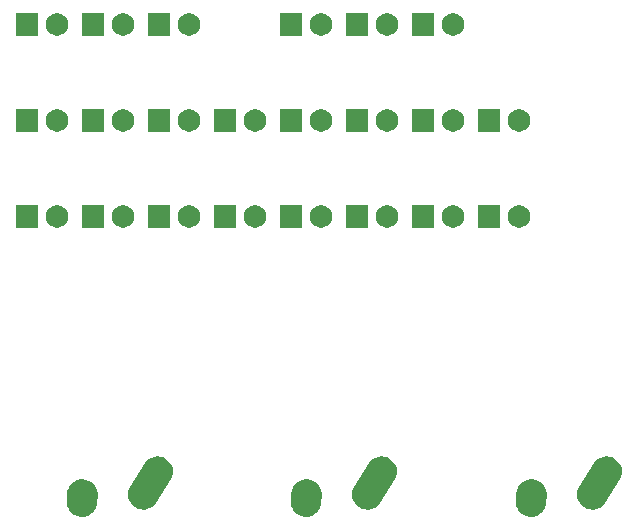
<source format=gts>
G04 #@! TF.GenerationSoftware,KiCad,Pcbnew,(5.1.4-0-10_14)*
G04 #@! TF.CreationDate,2020-04-02T23:17:02+02:00*
G04 #@! TF.ProjectId,threeboard,74687265-6562-46f6-9172-642e6b696361,rev?*
G04 #@! TF.SameCoordinates,Original*
G04 #@! TF.FileFunction,Soldermask,Top*
G04 #@! TF.FilePolarity,Negative*
%FSLAX46Y46*%
G04 Gerber Fmt 4.6, Leading zero omitted, Abs format (unit mm)*
G04 Created by KiCad (PCBNEW (5.1.4-0-10_14)) date 2020-04-02 23:17:02*
%MOMM*%
%LPD*%
G04 APERTURE LIST*
%ADD10C,0.100000*%
G04 APERTURE END LIST*
D10*
G36*
X55670830Y-68104063D02*
G01*
X55910442Y-68194963D01*
X56127716Y-68330863D01*
X56314303Y-68506538D01*
X56425660Y-68662800D01*
X56463031Y-68715240D01*
X56568186Y-68948947D01*
X56568187Y-68948951D01*
X56625727Y-69198678D01*
X56631509Y-69390644D01*
X56631508Y-69390652D01*
X56583367Y-70096821D01*
X56551586Y-70286233D01*
X56460686Y-70525845D01*
X56407817Y-70610371D01*
X56324786Y-70743119D01*
X56149111Y-70929706D01*
X55992849Y-71041063D01*
X55940409Y-71078434D01*
X55706702Y-71183589D01*
X55706698Y-71183590D01*
X55456972Y-71241130D01*
X55200817Y-71248844D01*
X55200813Y-71248844D01*
X54948072Y-71206437D01*
X54708460Y-71115537D01*
X54491186Y-70979637D01*
X54438154Y-70929706D01*
X54304599Y-70803962D01*
X54188501Y-70641047D01*
X54155871Y-70595260D01*
X54050716Y-70361553D01*
X54031558Y-70278407D01*
X53993175Y-70111822D01*
X53987393Y-69919858D01*
X54035535Y-69213678D01*
X54040101Y-69186463D01*
X54067316Y-69024267D01*
X54158216Y-68784655D01*
X54294116Y-68567381D01*
X54351401Y-68506538D01*
X54469791Y-68380794D01*
X54626053Y-68269437D01*
X54678493Y-68232066D01*
X54912200Y-68126911D01*
X54912204Y-68126910D01*
X55161930Y-68069370D01*
X55418085Y-68061656D01*
X55418089Y-68061656D01*
X55670830Y-68104063D01*
X55670830Y-68104063D01*
G37*
G36*
X74644629Y-68104063D02*
G01*
X74884241Y-68194963D01*
X75101515Y-68330863D01*
X75288102Y-68506538D01*
X75399459Y-68662800D01*
X75436830Y-68715240D01*
X75541985Y-68948947D01*
X75541986Y-68948951D01*
X75599526Y-69198678D01*
X75605308Y-69390644D01*
X75605307Y-69390652D01*
X75557166Y-70096821D01*
X75525385Y-70286233D01*
X75434485Y-70525845D01*
X75381616Y-70610371D01*
X75298585Y-70743119D01*
X75122910Y-70929706D01*
X74966648Y-71041063D01*
X74914208Y-71078434D01*
X74680501Y-71183589D01*
X74680497Y-71183590D01*
X74430771Y-71241130D01*
X74174616Y-71248844D01*
X74174612Y-71248844D01*
X73921871Y-71206437D01*
X73682259Y-71115537D01*
X73464985Y-70979637D01*
X73411953Y-70929706D01*
X73278398Y-70803962D01*
X73162300Y-70641047D01*
X73129670Y-70595260D01*
X73024515Y-70361553D01*
X73005357Y-70278407D01*
X72966974Y-70111822D01*
X72961192Y-69919858D01*
X73009334Y-69213678D01*
X73013900Y-69186463D01*
X73041115Y-69024267D01*
X73132015Y-68784655D01*
X73267915Y-68567381D01*
X73325200Y-68506538D01*
X73443590Y-68380794D01*
X73599852Y-68269437D01*
X73652292Y-68232066D01*
X73885999Y-68126911D01*
X73886003Y-68126910D01*
X74135729Y-68069370D01*
X74391884Y-68061656D01*
X74391888Y-68061656D01*
X74644629Y-68104063D01*
X74644629Y-68104063D01*
G37*
G36*
X93694629Y-68104063D02*
G01*
X93934241Y-68194963D01*
X94151515Y-68330863D01*
X94338102Y-68506538D01*
X94449459Y-68662800D01*
X94486830Y-68715240D01*
X94591985Y-68948947D01*
X94591986Y-68948951D01*
X94649526Y-69198678D01*
X94655308Y-69390644D01*
X94655307Y-69390652D01*
X94607166Y-70096821D01*
X94575385Y-70286233D01*
X94484485Y-70525845D01*
X94431616Y-70610371D01*
X94348585Y-70743119D01*
X94172910Y-70929706D01*
X94016648Y-71041063D01*
X93964208Y-71078434D01*
X93730501Y-71183589D01*
X93730497Y-71183590D01*
X93480771Y-71241130D01*
X93224616Y-71248844D01*
X93224612Y-71248844D01*
X92971871Y-71206437D01*
X92732259Y-71115537D01*
X92514985Y-70979637D01*
X92461953Y-70929706D01*
X92328398Y-70803962D01*
X92212300Y-70641047D01*
X92179670Y-70595260D01*
X92074515Y-70361553D01*
X92055357Y-70278407D01*
X92016974Y-70111822D01*
X92011192Y-69919858D01*
X92059334Y-69213678D01*
X92063900Y-69186463D01*
X92091115Y-69024267D01*
X92182015Y-68784655D01*
X92317915Y-68567381D01*
X92375200Y-68506538D01*
X92493590Y-68380794D01*
X92649852Y-68269437D01*
X92702292Y-68232066D01*
X92935999Y-68126911D01*
X92936003Y-68126910D01*
X93185729Y-68069370D01*
X93441884Y-68061656D01*
X93441888Y-68061656D01*
X93694629Y-68104063D01*
X93694629Y-68104063D01*
G37*
G36*
X80804544Y-66142486D02*
G01*
X80889721Y-66149003D01*
X80929503Y-66160129D01*
X81136525Y-66218027D01*
X81365120Y-66333875D01*
X81566722Y-66492093D01*
X81733584Y-66686603D01*
X81859293Y-66909928D01*
X81937608Y-67149181D01*
X81939018Y-67153489D01*
X81969694Y-67407916D01*
X81969694Y-67407917D01*
X81950145Y-67663445D01*
X81896205Y-67856310D01*
X81881120Y-67910250D01*
X81794300Y-68081566D01*
X80516704Y-70086988D01*
X80516702Y-70086990D01*
X80398130Y-70238076D01*
X80203623Y-70404936D01*
X80067005Y-70481837D01*
X79980295Y-70530646D01*
X79782898Y-70595260D01*
X79736734Y-70610371D01*
X79482307Y-70641047D01*
X79482306Y-70641047D01*
X79226779Y-70621498D01*
X78979975Y-70552473D01*
X78979974Y-70552473D01*
X78979972Y-70552472D01*
X78751385Y-70436628D01*
X78751383Y-70436627D01*
X78751380Y-70436625D01*
X78549778Y-70278407D01*
X78549774Y-70278404D01*
X78382917Y-70083900D01*
X78257208Y-69860573D01*
X78257207Y-69860572D01*
X78177483Y-69617014D01*
X78177482Y-69617011D01*
X78146806Y-69362584D01*
X78158198Y-69213679D01*
X78166355Y-69107056D01*
X78235380Y-68860252D01*
X78235380Y-68860251D01*
X78322200Y-68688935D01*
X79599795Y-66683512D01*
X79718369Y-66532425D01*
X79912879Y-66365563D01*
X79912880Y-66365562D01*
X80136198Y-66239856D01*
X80136204Y-66239854D01*
X80379761Y-66160130D01*
X80379762Y-66160130D01*
X80379765Y-66160129D01*
X80634191Y-66129453D01*
X80634193Y-66129453D01*
X80804544Y-66142486D01*
X80804544Y-66142486D01*
G37*
G36*
X61830745Y-66142486D02*
G01*
X61915922Y-66149003D01*
X61955704Y-66160129D01*
X62162726Y-66218027D01*
X62391321Y-66333875D01*
X62592923Y-66492093D01*
X62759785Y-66686603D01*
X62885494Y-66909928D01*
X62963809Y-67149181D01*
X62965219Y-67153489D01*
X62995895Y-67407916D01*
X62995895Y-67407917D01*
X62976346Y-67663445D01*
X62922406Y-67856310D01*
X62907321Y-67910250D01*
X62820501Y-68081566D01*
X61542905Y-70086988D01*
X61542903Y-70086990D01*
X61424331Y-70238076D01*
X61229824Y-70404936D01*
X61093206Y-70481837D01*
X61006496Y-70530646D01*
X60809099Y-70595260D01*
X60762935Y-70610371D01*
X60508508Y-70641047D01*
X60508507Y-70641047D01*
X60252980Y-70621498D01*
X60006176Y-70552473D01*
X60006175Y-70552473D01*
X60006173Y-70552472D01*
X59777586Y-70436628D01*
X59777584Y-70436627D01*
X59777581Y-70436625D01*
X59575979Y-70278407D01*
X59575975Y-70278404D01*
X59409118Y-70083900D01*
X59283409Y-69860573D01*
X59283408Y-69860572D01*
X59203684Y-69617014D01*
X59203683Y-69617011D01*
X59173007Y-69362584D01*
X59184399Y-69213679D01*
X59192556Y-69107056D01*
X59261581Y-68860252D01*
X59261581Y-68860251D01*
X59348401Y-68688935D01*
X60625996Y-66683512D01*
X60744570Y-66532425D01*
X60939080Y-66365563D01*
X60939081Y-66365562D01*
X61162399Y-66239856D01*
X61162405Y-66239854D01*
X61405962Y-66160130D01*
X61405963Y-66160130D01*
X61405966Y-66160129D01*
X61660392Y-66129453D01*
X61660394Y-66129453D01*
X61830745Y-66142486D01*
X61830745Y-66142486D01*
G37*
G36*
X99854544Y-66142486D02*
G01*
X99939721Y-66149003D01*
X99979503Y-66160129D01*
X100186525Y-66218027D01*
X100415120Y-66333875D01*
X100616722Y-66492093D01*
X100783584Y-66686603D01*
X100909293Y-66909928D01*
X100987608Y-67149181D01*
X100989018Y-67153489D01*
X101019694Y-67407916D01*
X101019694Y-67407917D01*
X101000145Y-67663445D01*
X100946205Y-67856310D01*
X100931120Y-67910250D01*
X100887710Y-67995907D01*
X100844300Y-68081566D01*
X99566704Y-70086988D01*
X99566702Y-70086990D01*
X99448130Y-70238076D01*
X99253623Y-70404936D01*
X99117005Y-70481837D01*
X99030295Y-70530646D01*
X98832898Y-70595260D01*
X98786734Y-70610371D01*
X98532307Y-70641047D01*
X98532306Y-70641047D01*
X98276779Y-70621498D01*
X98029975Y-70552473D01*
X98029974Y-70552473D01*
X98029972Y-70552472D01*
X97801385Y-70436628D01*
X97801383Y-70436627D01*
X97801380Y-70436625D01*
X97599778Y-70278407D01*
X97599774Y-70278404D01*
X97432917Y-70083900D01*
X97307208Y-69860573D01*
X97307207Y-69860572D01*
X97227483Y-69617014D01*
X97227482Y-69617011D01*
X97196806Y-69362584D01*
X97208198Y-69213679D01*
X97216355Y-69107056D01*
X97285380Y-68860252D01*
X97285380Y-68860251D01*
X97372200Y-68688935D01*
X98649795Y-66683512D01*
X98768369Y-66532425D01*
X98962879Y-66365563D01*
X98962880Y-66365562D01*
X99186198Y-66239856D01*
X99186204Y-66239854D01*
X99429761Y-66160130D01*
X99429762Y-66160130D01*
X99429765Y-66160129D01*
X99684191Y-66129453D01*
X99684193Y-66129453D01*
X99854544Y-66142486D01*
X99854544Y-66142486D01*
G37*
G36*
X75810645Y-44900796D02*
G01*
X75983716Y-44972484D01*
X75983717Y-44972485D01*
X76139477Y-45076560D01*
X76271940Y-45209023D01*
X76271941Y-45209025D01*
X76376016Y-45364784D01*
X76447704Y-45537855D01*
X76484250Y-45721583D01*
X76484250Y-45908917D01*
X76447704Y-46092645D01*
X76376016Y-46265716D01*
X76376015Y-46265717D01*
X76271940Y-46421477D01*
X76139477Y-46553940D01*
X76061068Y-46606331D01*
X75983716Y-46658016D01*
X75810645Y-46729704D01*
X75626917Y-46766250D01*
X75439583Y-46766250D01*
X75255855Y-46729704D01*
X75082784Y-46658016D01*
X75005432Y-46606331D01*
X74927023Y-46553940D01*
X74794560Y-46421477D01*
X74690485Y-46265717D01*
X74690484Y-46265716D01*
X74618796Y-46092645D01*
X74582250Y-45908917D01*
X74582250Y-45721583D01*
X74618796Y-45537855D01*
X74690484Y-45364784D01*
X74794559Y-45209025D01*
X74794560Y-45209023D01*
X74927023Y-45076560D01*
X75082783Y-44972485D01*
X75082784Y-44972484D01*
X75255855Y-44900796D01*
X75439583Y-44864250D01*
X75626917Y-44864250D01*
X75810645Y-44900796D01*
X75810645Y-44900796D01*
G37*
G36*
X73944250Y-46766250D02*
G01*
X72042250Y-46766250D01*
X72042250Y-44864250D01*
X73944250Y-44864250D01*
X73944250Y-46766250D01*
X73944250Y-46766250D01*
G37*
G36*
X70222645Y-44900796D02*
G01*
X70395716Y-44972484D01*
X70395717Y-44972485D01*
X70551477Y-45076560D01*
X70683940Y-45209023D01*
X70683941Y-45209025D01*
X70788016Y-45364784D01*
X70859704Y-45537855D01*
X70896250Y-45721583D01*
X70896250Y-45908917D01*
X70859704Y-46092645D01*
X70788016Y-46265716D01*
X70788015Y-46265717D01*
X70683940Y-46421477D01*
X70551477Y-46553940D01*
X70473068Y-46606331D01*
X70395716Y-46658016D01*
X70222645Y-46729704D01*
X70038917Y-46766250D01*
X69851583Y-46766250D01*
X69667855Y-46729704D01*
X69494784Y-46658016D01*
X69417432Y-46606331D01*
X69339023Y-46553940D01*
X69206560Y-46421477D01*
X69102485Y-46265717D01*
X69102484Y-46265716D01*
X69030796Y-46092645D01*
X68994250Y-45908917D01*
X68994250Y-45721583D01*
X69030796Y-45537855D01*
X69102484Y-45364784D01*
X69206559Y-45209025D01*
X69206560Y-45209023D01*
X69339023Y-45076560D01*
X69494783Y-44972485D01*
X69494784Y-44972484D01*
X69667855Y-44900796D01*
X69851583Y-44864250D01*
X70038917Y-44864250D01*
X70222645Y-44900796D01*
X70222645Y-44900796D01*
G37*
G36*
X68356250Y-46766250D02*
G01*
X66454250Y-46766250D01*
X66454250Y-44864250D01*
X68356250Y-44864250D01*
X68356250Y-46766250D01*
X68356250Y-46766250D01*
G37*
G36*
X64634645Y-44900796D02*
G01*
X64807716Y-44972484D01*
X64807717Y-44972485D01*
X64963477Y-45076560D01*
X65095940Y-45209023D01*
X65095941Y-45209025D01*
X65200016Y-45364784D01*
X65271704Y-45537855D01*
X65308250Y-45721583D01*
X65308250Y-45908917D01*
X65271704Y-46092645D01*
X65200016Y-46265716D01*
X65200015Y-46265717D01*
X65095940Y-46421477D01*
X64963477Y-46553940D01*
X64885068Y-46606331D01*
X64807716Y-46658016D01*
X64634645Y-46729704D01*
X64450917Y-46766250D01*
X64263583Y-46766250D01*
X64079855Y-46729704D01*
X63906784Y-46658016D01*
X63829432Y-46606331D01*
X63751023Y-46553940D01*
X63618560Y-46421477D01*
X63514485Y-46265717D01*
X63514484Y-46265716D01*
X63442796Y-46092645D01*
X63406250Y-45908917D01*
X63406250Y-45721583D01*
X63442796Y-45537855D01*
X63514484Y-45364784D01*
X63618559Y-45209025D01*
X63618560Y-45209023D01*
X63751023Y-45076560D01*
X63906783Y-44972485D01*
X63906784Y-44972484D01*
X64079855Y-44900796D01*
X64263583Y-44864250D01*
X64450917Y-44864250D01*
X64634645Y-44900796D01*
X64634645Y-44900796D01*
G37*
G36*
X62768250Y-46766250D02*
G01*
X60866250Y-46766250D01*
X60866250Y-44864250D01*
X62768250Y-44864250D01*
X62768250Y-46766250D01*
X62768250Y-46766250D01*
G37*
G36*
X59046645Y-44900796D02*
G01*
X59219716Y-44972484D01*
X59219717Y-44972485D01*
X59375477Y-45076560D01*
X59507940Y-45209023D01*
X59507941Y-45209025D01*
X59612016Y-45364784D01*
X59683704Y-45537855D01*
X59720250Y-45721583D01*
X59720250Y-45908917D01*
X59683704Y-46092645D01*
X59612016Y-46265716D01*
X59612015Y-46265717D01*
X59507940Y-46421477D01*
X59375477Y-46553940D01*
X59297068Y-46606331D01*
X59219716Y-46658016D01*
X59046645Y-46729704D01*
X58862917Y-46766250D01*
X58675583Y-46766250D01*
X58491855Y-46729704D01*
X58318784Y-46658016D01*
X58241432Y-46606331D01*
X58163023Y-46553940D01*
X58030560Y-46421477D01*
X57926485Y-46265717D01*
X57926484Y-46265716D01*
X57854796Y-46092645D01*
X57818250Y-45908917D01*
X57818250Y-45721583D01*
X57854796Y-45537855D01*
X57926484Y-45364784D01*
X58030559Y-45209025D01*
X58030560Y-45209023D01*
X58163023Y-45076560D01*
X58318783Y-44972485D01*
X58318784Y-44972484D01*
X58491855Y-44900796D01*
X58675583Y-44864250D01*
X58862917Y-44864250D01*
X59046645Y-44900796D01*
X59046645Y-44900796D01*
G37*
G36*
X57180250Y-46766250D02*
G01*
X55278250Y-46766250D01*
X55278250Y-44864250D01*
X57180250Y-44864250D01*
X57180250Y-46766250D01*
X57180250Y-46766250D01*
G37*
G36*
X53458645Y-44900796D02*
G01*
X53631716Y-44972484D01*
X53631717Y-44972485D01*
X53787477Y-45076560D01*
X53919940Y-45209023D01*
X53919941Y-45209025D01*
X54024016Y-45364784D01*
X54095704Y-45537855D01*
X54132250Y-45721583D01*
X54132250Y-45908917D01*
X54095704Y-46092645D01*
X54024016Y-46265716D01*
X54024015Y-46265717D01*
X53919940Y-46421477D01*
X53787477Y-46553940D01*
X53709068Y-46606331D01*
X53631716Y-46658016D01*
X53458645Y-46729704D01*
X53274917Y-46766250D01*
X53087583Y-46766250D01*
X52903855Y-46729704D01*
X52730784Y-46658016D01*
X52653432Y-46606331D01*
X52575023Y-46553940D01*
X52442560Y-46421477D01*
X52338485Y-46265717D01*
X52338484Y-46265716D01*
X52266796Y-46092645D01*
X52230250Y-45908917D01*
X52230250Y-45721583D01*
X52266796Y-45537855D01*
X52338484Y-45364784D01*
X52442559Y-45209025D01*
X52442560Y-45209023D01*
X52575023Y-45076560D01*
X52730783Y-44972485D01*
X52730784Y-44972484D01*
X52903855Y-44900796D01*
X53087583Y-44864250D01*
X53274917Y-44864250D01*
X53458645Y-44900796D01*
X53458645Y-44900796D01*
G37*
G36*
X51592250Y-46766250D02*
G01*
X49690250Y-46766250D01*
X49690250Y-44864250D01*
X51592250Y-44864250D01*
X51592250Y-46766250D01*
X51592250Y-46766250D01*
G37*
G36*
X90708250Y-46766250D02*
G01*
X88806250Y-46766250D01*
X88806250Y-44864250D01*
X90708250Y-44864250D01*
X90708250Y-46766250D01*
X90708250Y-46766250D01*
G37*
G36*
X92574645Y-44900796D02*
G01*
X92747716Y-44972484D01*
X92747717Y-44972485D01*
X92903477Y-45076560D01*
X93035940Y-45209023D01*
X93035941Y-45209025D01*
X93140016Y-45364784D01*
X93211704Y-45537855D01*
X93248250Y-45721583D01*
X93248250Y-45908917D01*
X93211704Y-46092645D01*
X93140016Y-46265716D01*
X93140015Y-46265717D01*
X93035940Y-46421477D01*
X92903477Y-46553940D01*
X92825068Y-46606331D01*
X92747716Y-46658016D01*
X92574645Y-46729704D01*
X92390917Y-46766250D01*
X92203583Y-46766250D01*
X92019855Y-46729704D01*
X91846784Y-46658016D01*
X91769432Y-46606331D01*
X91691023Y-46553940D01*
X91558560Y-46421477D01*
X91454485Y-46265717D01*
X91454484Y-46265716D01*
X91382796Y-46092645D01*
X91346250Y-45908917D01*
X91346250Y-45721583D01*
X91382796Y-45537855D01*
X91454484Y-45364784D01*
X91558559Y-45209025D01*
X91558560Y-45209023D01*
X91691023Y-45076560D01*
X91846783Y-44972485D01*
X91846784Y-44972484D01*
X92019855Y-44900796D01*
X92203583Y-44864250D01*
X92390917Y-44864250D01*
X92574645Y-44900796D01*
X92574645Y-44900796D01*
G37*
G36*
X85120250Y-46766250D02*
G01*
X83218250Y-46766250D01*
X83218250Y-44864250D01*
X85120250Y-44864250D01*
X85120250Y-46766250D01*
X85120250Y-46766250D01*
G37*
G36*
X86986645Y-44900796D02*
G01*
X87159716Y-44972484D01*
X87159717Y-44972485D01*
X87315477Y-45076560D01*
X87447940Y-45209023D01*
X87447941Y-45209025D01*
X87552016Y-45364784D01*
X87623704Y-45537855D01*
X87660250Y-45721583D01*
X87660250Y-45908917D01*
X87623704Y-46092645D01*
X87552016Y-46265716D01*
X87552015Y-46265717D01*
X87447940Y-46421477D01*
X87315477Y-46553940D01*
X87237068Y-46606331D01*
X87159716Y-46658016D01*
X86986645Y-46729704D01*
X86802917Y-46766250D01*
X86615583Y-46766250D01*
X86431855Y-46729704D01*
X86258784Y-46658016D01*
X86181432Y-46606331D01*
X86103023Y-46553940D01*
X85970560Y-46421477D01*
X85866485Y-46265717D01*
X85866484Y-46265716D01*
X85794796Y-46092645D01*
X85758250Y-45908917D01*
X85758250Y-45721583D01*
X85794796Y-45537855D01*
X85866484Y-45364784D01*
X85970559Y-45209025D01*
X85970560Y-45209023D01*
X86103023Y-45076560D01*
X86258783Y-44972485D01*
X86258784Y-44972484D01*
X86431855Y-44900796D01*
X86615583Y-44864250D01*
X86802917Y-44864250D01*
X86986645Y-44900796D01*
X86986645Y-44900796D01*
G37*
G36*
X79532250Y-46766250D02*
G01*
X77630250Y-46766250D01*
X77630250Y-44864250D01*
X79532250Y-44864250D01*
X79532250Y-46766250D01*
X79532250Y-46766250D01*
G37*
G36*
X81398645Y-44900796D02*
G01*
X81571716Y-44972484D01*
X81571717Y-44972485D01*
X81727477Y-45076560D01*
X81859940Y-45209023D01*
X81859941Y-45209025D01*
X81964016Y-45364784D01*
X82035704Y-45537855D01*
X82072250Y-45721583D01*
X82072250Y-45908917D01*
X82035704Y-46092645D01*
X81964016Y-46265716D01*
X81964015Y-46265717D01*
X81859940Y-46421477D01*
X81727477Y-46553940D01*
X81649068Y-46606331D01*
X81571716Y-46658016D01*
X81398645Y-46729704D01*
X81214917Y-46766250D01*
X81027583Y-46766250D01*
X80843855Y-46729704D01*
X80670784Y-46658016D01*
X80593432Y-46606331D01*
X80515023Y-46553940D01*
X80382560Y-46421477D01*
X80278485Y-46265717D01*
X80278484Y-46265716D01*
X80206796Y-46092645D01*
X80170250Y-45908917D01*
X80170250Y-45721583D01*
X80206796Y-45537855D01*
X80278484Y-45364784D01*
X80382559Y-45209025D01*
X80382560Y-45209023D01*
X80515023Y-45076560D01*
X80670783Y-44972485D01*
X80670784Y-44972484D01*
X80843855Y-44900796D01*
X81027583Y-44864250D01*
X81214917Y-44864250D01*
X81398645Y-44900796D01*
X81398645Y-44900796D01*
G37*
G36*
X53458645Y-36772796D02*
G01*
X53631716Y-36844484D01*
X53631717Y-36844485D01*
X53787477Y-36948560D01*
X53919940Y-37081023D01*
X53919941Y-37081025D01*
X54024016Y-37236784D01*
X54095704Y-37409855D01*
X54132250Y-37593583D01*
X54132250Y-37780917D01*
X54095704Y-37964645D01*
X54024016Y-38137716D01*
X54024015Y-38137717D01*
X53919940Y-38293477D01*
X53787477Y-38425940D01*
X53709068Y-38478331D01*
X53631716Y-38530016D01*
X53458645Y-38601704D01*
X53274917Y-38638250D01*
X53087583Y-38638250D01*
X52903855Y-38601704D01*
X52730784Y-38530016D01*
X52653432Y-38478331D01*
X52575023Y-38425940D01*
X52442560Y-38293477D01*
X52338485Y-38137717D01*
X52338484Y-38137716D01*
X52266796Y-37964645D01*
X52230250Y-37780917D01*
X52230250Y-37593583D01*
X52266796Y-37409855D01*
X52338484Y-37236784D01*
X52442559Y-37081025D01*
X52442560Y-37081023D01*
X52575023Y-36948560D01*
X52730783Y-36844485D01*
X52730784Y-36844484D01*
X52903855Y-36772796D01*
X53087583Y-36736250D01*
X53274917Y-36736250D01*
X53458645Y-36772796D01*
X53458645Y-36772796D01*
G37*
G36*
X51592250Y-38638250D02*
G01*
X49690250Y-38638250D01*
X49690250Y-36736250D01*
X51592250Y-36736250D01*
X51592250Y-38638250D01*
X51592250Y-38638250D01*
G37*
G36*
X92574645Y-36772796D02*
G01*
X92747716Y-36844484D01*
X92747717Y-36844485D01*
X92903477Y-36948560D01*
X93035940Y-37081023D01*
X93035941Y-37081025D01*
X93140016Y-37236784D01*
X93211704Y-37409855D01*
X93248250Y-37593583D01*
X93248250Y-37780917D01*
X93211704Y-37964645D01*
X93140016Y-38137716D01*
X93140015Y-38137717D01*
X93035940Y-38293477D01*
X92903477Y-38425940D01*
X92825068Y-38478331D01*
X92747716Y-38530016D01*
X92574645Y-38601704D01*
X92390917Y-38638250D01*
X92203583Y-38638250D01*
X92019855Y-38601704D01*
X91846784Y-38530016D01*
X91769432Y-38478331D01*
X91691023Y-38425940D01*
X91558560Y-38293477D01*
X91454485Y-38137717D01*
X91454484Y-38137716D01*
X91382796Y-37964645D01*
X91346250Y-37780917D01*
X91346250Y-37593583D01*
X91382796Y-37409855D01*
X91454484Y-37236784D01*
X91558559Y-37081025D01*
X91558560Y-37081023D01*
X91691023Y-36948560D01*
X91846783Y-36844485D01*
X91846784Y-36844484D01*
X92019855Y-36772796D01*
X92203583Y-36736250D01*
X92390917Y-36736250D01*
X92574645Y-36772796D01*
X92574645Y-36772796D01*
G37*
G36*
X90708250Y-38638250D02*
G01*
X88806250Y-38638250D01*
X88806250Y-36736250D01*
X90708250Y-36736250D01*
X90708250Y-38638250D01*
X90708250Y-38638250D01*
G37*
G36*
X86986645Y-36772796D02*
G01*
X87159716Y-36844484D01*
X87159717Y-36844485D01*
X87315477Y-36948560D01*
X87447940Y-37081023D01*
X87447941Y-37081025D01*
X87552016Y-37236784D01*
X87623704Y-37409855D01*
X87660250Y-37593583D01*
X87660250Y-37780917D01*
X87623704Y-37964645D01*
X87552016Y-38137716D01*
X87552015Y-38137717D01*
X87447940Y-38293477D01*
X87315477Y-38425940D01*
X87237068Y-38478331D01*
X87159716Y-38530016D01*
X86986645Y-38601704D01*
X86802917Y-38638250D01*
X86615583Y-38638250D01*
X86431855Y-38601704D01*
X86258784Y-38530016D01*
X86181432Y-38478331D01*
X86103023Y-38425940D01*
X85970560Y-38293477D01*
X85866485Y-38137717D01*
X85866484Y-38137716D01*
X85794796Y-37964645D01*
X85758250Y-37780917D01*
X85758250Y-37593583D01*
X85794796Y-37409855D01*
X85866484Y-37236784D01*
X85970559Y-37081025D01*
X85970560Y-37081023D01*
X86103023Y-36948560D01*
X86258783Y-36844485D01*
X86258784Y-36844484D01*
X86431855Y-36772796D01*
X86615583Y-36736250D01*
X86802917Y-36736250D01*
X86986645Y-36772796D01*
X86986645Y-36772796D01*
G37*
G36*
X85120250Y-38638250D02*
G01*
X83218250Y-38638250D01*
X83218250Y-36736250D01*
X85120250Y-36736250D01*
X85120250Y-38638250D01*
X85120250Y-38638250D01*
G37*
G36*
X81398645Y-36772796D02*
G01*
X81571716Y-36844484D01*
X81571717Y-36844485D01*
X81727477Y-36948560D01*
X81859940Y-37081023D01*
X81859941Y-37081025D01*
X81964016Y-37236784D01*
X82035704Y-37409855D01*
X82072250Y-37593583D01*
X82072250Y-37780917D01*
X82035704Y-37964645D01*
X81964016Y-38137716D01*
X81964015Y-38137717D01*
X81859940Y-38293477D01*
X81727477Y-38425940D01*
X81649068Y-38478331D01*
X81571716Y-38530016D01*
X81398645Y-38601704D01*
X81214917Y-38638250D01*
X81027583Y-38638250D01*
X80843855Y-38601704D01*
X80670784Y-38530016D01*
X80593432Y-38478331D01*
X80515023Y-38425940D01*
X80382560Y-38293477D01*
X80278485Y-38137717D01*
X80278484Y-38137716D01*
X80206796Y-37964645D01*
X80170250Y-37780917D01*
X80170250Y-37593583D01*
X80206796Y-37409855D01*
X80278484Y-37236784D01*
X80382559Y-37081025D01*
X80382560Y-37081023D01*
X80515023Y-36948560D01*
X80670783Y-36844485D01*
X80670784Y-36844484D01*
X80843855Y-36772796D01*
X81027583Y-36736250D01*
X81214917Y-36736250D01*
X81398645Y-36772796D01*
X81398645Y-36772796D01*
G37*
G36*
X79532250Y-38638250D02*
G01*
X77630250Y-38638250D01*
X77630250Y-36736250D01*
X79532250Y-36736250D01*
X79532250Y-38638250D01*
X79532250Y-38638250D01*
G37*
G36*
X75810645Y-36772796D02*
G01*
X75983716Y-36844484D01*
X75983717Y-36844485D01*
X76139477Y-36948560D01*
X76271940Y-37081023D01*
X76271941Y-37081025D01*
X76376016Y-37236784D01*
X76447704Y-37409855D01*
X76484250Y-37593583D01*
X76484250Y-37780917D01*
X76447704Y-37964645D01*
X76376016Y-38137716D01*
X76376015Y-38137717D01*
X76271940Y-38293477D01*
X76139477Y-38425940D01*
X76061068Y-38478331D01*
X75983716Y-38530016D01*
X75810645Y-38601704D01*
X75626917Y-38638250D01*
X75439583Y-38638250D01*
X75255855Y-38601704D01*
X75082784Y-38530016D01*
X75005432Y-38478331D01*
X74927023Y-38425940D01*
X74794560Y-38293477D01*
X74690485Y-38137717D01*
X74690484Y-38137716D01*
X74618796Y-37964645D01*
X74582250Y-37780917D01*
X74582250Y-37593583D01*
X74618796Y-37409855D01*
X74690484Y-37236784D01*
X74794559Y-37081025D01*
X74794560Y-37081023D01*
X74927023Y-36948560D01*
X75082783Y-36844485D01*
X75082784Y-36844484D01*
X75255855Y-36772796D01*
X75439583Y-36736250D01*
X75626917Y-36736250D01*
X75810645Y-36772796D01*
X75810645Y-36772796D01*
G37*
G36*
X73944250Y-38638250D02*
G01*
X72042250Y-38638250D01*
X72042250Y-36736250D01*
X73944250Y-36736250D01*
X73944250Y-38638250D01*
X73944250Y-38638250D01*
G37*
G36*
X70222645Y-36772796D02*
G01*
X70395716Y-36844484D01*
X70395717Y-36844485D01*
X70551477Y-36948560D01*
X70683940Y-37081023D01*
X70683941Y-37081025D01*
X70788016Y-37236784D01*
X70859704Y-37409855D01*
X70896250Y-37593583D01*
X70896250Y-37780917D01*
X70859704Y-37964645D01*
X70788016Y-38137716D01*
X70788015Y-38137717D01*
X70683940Y-38293477D01*
X70551477Y-38425940D01*
X70473068Y-38478331D01*
X70395716Y-38530016D01*
X70222645Y-38601704D01*
X70038917Y-38638250D01*
X69851583Y-38638250D01*
X69667855Y-38601704D01*
X69494784Y-38530016D01*
X69417432Y-38478331D01*
X69339023Y-38425940D01*
X69206560Y-38293477D01*
X69102485Y-38137717D01*
X69102484Y-38137716D01*
X69030796Y-37964645D01*
X68994250Y-37780917D01*
X68994250Y-37593583D01*
X69030796Y-37409855D01*
X69102484Y-37236784D01*
X69206559Y-37081025D01*
X69206560Y-37081023D01*
X69339023Y-36948560D01*
X69494783Y-36844485D01*
X69494784Y-36844484D01*
X69667855Y-36772796D01*
X69851583Y-36736250D01*
X70038917Y-36736250D01*
X70222645Y-36772796D01*
X70222645Y-36772796D01*
G37*
G36*
X68356250Y-38638250D02*
G01*
X66454250Y-38638250D01*
X66454250Y-36736250D01*
X68356250Y-36736250D01*
X68356250Y-38638250D01*
X68356250Y-38638250D01*
G37*
G36*
X64634645Y-36772796D02*
G01*
X64807716Y-36844484D01*
X64807717Y-36844485D01*
X64963477Y-36948560D01*
X65095940Y-37081023D01*
X65095941Y-37081025D01*
X65200016Y-37236784D01*
X65271704Y-37409855D01*
X65308250Y-37593583D01*
X65308250Y-37780917D01*
X65271704Y-37964645D01*
X65200016Y-38137716D01*
X65200015Y-38137717D01*
X65095940Y-38293477D01*
X64963477Y-38425940D01*
X64885068Y-38478331D01*
X64807716Y-38530016D01*
X64634645Y-38601704D01*
X64450917Y-38638250D01*
X64263583Y-38638250D01*
X64079855Y-38601704D01*
X63906784Y-38530016D01*
X63829432Y-38478331D01*
X63751023Y-38425940D01*
X63618560Y-38293477D01*
X63514485Y-38137717D01*
X63514484Y-38137716D01*
X63442796Y-37964645D01*
X63406250Y-37780917D01*
X63406250Y-37593583D01*
X63442796Y-37409855D01*
X63514484Y-37236784D01*
X63618559Y-37081025D01*
X63618560Y-37081023D01*
X63751023Y-36948560D01*
X63906783Y-36844485D01*
X63906784Y-36844484D01*
X64079855Y-36772796D01*
X64263583Y-36736250D01*
X64450917Y-36736250D01*
X64634645Y-36772796D01*
X64634645Y-36772796D01*
G37*
G36*
X59046645Y-36772796D02*
G01*
X59219716Y-36844484D01*
X59219717Y-36844485D01*
X59375477Y-36948560D01*
X59507940Y-37081023D01*
X59507941Y-37081025D01*
X59612016Y-37236784D01*
X59683704Y-37409855D01*
X59720250Y-37593583D01*
X59720250Y-37780917D01*
X59683704Y-37964645D01*
X59612016Y-38137716D01*
X59612015Y-38137717D01*
X59507940Y-38293477D01*
X59375477Y-38425940D01*
X59297068Y-38478331D01*
X59219716Y-38530016D01*
X59046645Y-38601704D01*
X58862917Y-38638250D01*
X58675583Y-38638250D01*
X58491855Y-38601704D01*
X58318784Y-38530016D01*
X58241432Y-38478331D01*
X58163023Y-38425940D01*
X58030560Y-38293477D01*
X57926485Y-38137717D01*
X57926484Y-38137716D01*
X57854796Y-37964645D01*
X57818250Y-37780917D01*
X57818250Y-37593583D01*
X57854796Y-37409855D01*
X57926484Y-37236784D01*
X58030559Y-37081025D01*
X58030560Y-37081023D01*
X58163023Y-36948560D01*
X58318783Y-36844485D01*
X58318784Y-36844484D01*
X58491855Y-36772796D01*
X58675583Y-36736250D01*
X58862917Y-36736250D01*
X59046645Y-36772796D01*
X59046645Y-36772796D01*
G37*
G36*
X57180250Y-38638250D02*
G01*
X55278250Y-38638250D01*
X55278250Y-36736250D01*
X57180250Y-36736250D01*
X57180250Y-38638250D01*
X57180250Y-38638250D01*
G37*
G36*
X62768250Y-38638250D02*
G01*
X60866250Y-38638250D01*
X60866250Y-36736250D01*
X62768250Y-36736250D01*
X62768250Y-38638250D01*
X62768250Y-38638250D01*
G37*
G36*
X62768250Y-30510250D02*
G01*
X60866250Y-30510250D01*
X60866250Y-28608250D01*
X62768250Y-28608250D01*
X62768250Y-30510250D01*
X62768250Y-30510250D01*
G37*
G36*
X64634645Y-28644796D02*
G01*
X64807716Y-28716484D01*
X64807717Y-28716485D01*
X64963477Y-28820560D01*
X65095940Y-28953023D01*
X65095941Y-28953025D01*
X65200016Y-29108784D01*
X65271704Y-29281855D01*
X65308250Y-29465583D01*
X65308250Y-29652917D01*
X65271704Y-29836645D01*
X65200016Y-30009716D01*
X65200015Y-30009717D01*
X65095940Y-30165477D01*
X64963477Y-30297940D01*
X64885068Y-30350331D01*
X64807716Y-30402016D01*
X64634645Y-30473704D01*
X64450917Y-30510250D01*
X64263583Y-30510250D01*
X64079855Y-30473704D01*
X63906784Y-30402016D01*
X63829432Y-30350331D01*
X63751023Y-30297940D01*
X63618560Y-30165477D01*
X63514485Y-30009717D01*
X63514484Y-30009716D01*
X63442796Y-29836645D01*
X63406250Y-29652917D01*
X63406250Y-29465583D01*
X63442796Y-29281855D01*
X63514484Y-29108784D01*
X63618559Y-28953025D01*
X63618560Y-28953023D01*
X63751023Y-28820560D01*
X63906783Y-28716485D01*
X63906784Y-28716484D01*
X64079855Y-28644796D01*
X64263583Y-28608250D01*
X64450917Y-28608250D01*
X64634645Y-28644796D01*
X64634645Y-28644796D01*
G37*
G36*
X86986645Y-28644796D02*
G01*
X87159716Y-28716484D01*
X87159717Y-28716485D01*
X87315477Y-28820560D01*
X87447940Y-28953023D01*
X87447941Y-28953025D01*
X87552016Y-29108784D01*
X87623704Y-29281855D01*
X87660250Y-29465583D01*
X87660250Y-29652917D01*
X87623704Y-29836645D01*
X87552016Y-30009716D01*
X87552015Y-30009717D01*
X87447940Y-30165477D01*
X87315477Y-30297940D01*
X87237068Y-30350331D01*
X87159716Y-30402016D01*
X86986645Y-30473704D01*
X86802917Y-30510250D01*
X86615583Y-30510250D01*
X86431855Y-30473704D01*
X86258784Y-30402016D01*
X86181432Y-30350331D01*
X86103023Y-30297940D01*
X85970560Y-30165477D01*
X85866485Y-30009717D01*
X85866484Y-30009716D01*
X85794796Y-29836645D01*
X85758250Y-29652917D01*
X85758250Y-29465583D01*
X85794796Y-29281855D01*
X85866484Y-29108784D01*
X85970559Y-28953025D01*
X85970560Y-28953023D01*
X86103023Y-28820560D01*
X86258783Y-28716485D01*
X86258784Y-28716484D01*
X86431855Y-28644796D01*
X86615583Y-28608250D01*
X86802917Y-28608250D01*
X86986645Y-28644796D01*
X86986645Y-28644796D01*
G37*
G36*
X85120250Y-30510250D02*
G01*
X83218250Y-30510250D01*
X83218250Y-28608250D01*
X85120250Y-28608250D01*
X85120250Y-30510250D01*
X85120250Y-30510250D01*
G37*
G36*
X81398645Y-28644796D02*
G01*
X81571716Y-28716484D01*
X81571717Y-28716485D01*
X81727477Y-28820560D01*
X81859940Y-28953023D01*
X81859941Y-28953025D01*
X81964016Y-29108784D01*
X82035704Y-29281855D01*
X82072250Y-29465583D01*
X82072250Y-29652917D01*
X82035704Y-29836645D01*
X81964016Y-30009716D01*
X81964015Y-30009717D01*
X81859940Y-30165477D01*
X81727477Y-30297940D01*
X81649068Y-30350331D01*
X81571716Y-30402016D01*
X81398645Y-30473704D01*
X81214917Y-30510250D01*
X81027583Y-30510250D01*
X80843855Y-30473704D01*
X80670784Y-30402016D01*
X80593432Y-30350331D01*
X80515023Y-30297940D01*
X80382560Y-30165477D01*
X80278485Y-30009717D01*
X80278484Y-30009716D01*
X80206796Y-29836645D01*
X80170250Y-29652917D01*
X80170250Y-29465583D01*
X80206796Y-29281855D01*
X80278484Y-29108784D01*
X80382559Y-28953025D01*
X80382560Y-28953023D01*
X80515023Y-28820560D01*
X80670783Y-28716485D01*
X80670784Y-28716484D01*
X80843855Y-28644796D01*
X81027583Y-28608250D01*
X81214917Y-28608250D01*
X81398645Y-28644796D01*
X81398645Y-28644796D01*
G37*
G36*
X79532250Y-30510250D02*
G01*
X77630250Y-30510250D01*
X77630250Y-28608250D01*
X79532250Y-28608250D01*
X79532250Y-30510250D01*
X79532250Y-30510250D01*
G37*
G36*
X75810645Y-28644796D02*
G01*
X75983716Y-28716484D01*
X75983717Y-28716485D01*
X76139477Y-28820560D01*
X76271940Y-28953023D01*
X76271941Y-28953025D01*
X76376016Y-29108784D01*
X76447704Y-29281855D01*
X76484250Y-29465583D01*
X76484250Y-29652917D01*
X76447704Y-29836645D01*
X76376016Y-30009716D01*
X76376015Y-30009717D01*
X76271940Y-30165477D01*
X76139477Y-30297940D01*
X76061068Y-30350331D01*
X75983716Y-30402016D01*
X75810645Y-30473704D01*
X75626917Y-30510250D01*
X75439583Y-30510250D01*
X75255855Y-30473704D01*
X75082784Y-30402016D01*
X75005432Y-30350331D01*
X74927023Y-30297940D01*
X74794560Y-30165477D01*
X74690485Y-30009717D01*
X74690484Y-30009716D01*
X74618796Y-29836645D01*
X74582250Y-29652917D01*
X74582250Y-29465583D01*
X74618796Y-29281855D01*
X74690484Y-29108784D01*
X74794559Y-28953025D01*
X74794560Y-28953023D01*
X74927023Y-28820560D01*
X75082783Y-28716485D01*
X75082784Y-28716484D01*
X75255855Y-28644796D01*
X75439583Y-28608250D01*
X75626917Y-28608250D01*
X75810645Y-28644796D01*
X75810645Y-28644796D01*
G37*
G36*
X73944250Y-30510250D02*
G01*
X72042250Y-30510250D01*
X72042250Y-28608250D01*
X73944250Y-28608250D01*
X73944250Y-30510250D01*
X73944250Y-30510250D01*
G37*
G36*
X51592250Y-30510250D02*
G01*
X49690250Y-30510250D01*
X49690250Y-28608250D01*
X51592250Y-28608250D01*
X51592250Y-30510250D01*
X51592250Y-30510250D01*
G37*
G36*
X53458645Y-28644796D02*
G01*
X53631716Y-28716484D01*
X53631717Y-28716485D01*
X53787477Y-28820560D01*
X53919940Y-28953023D01*
X53919941Y-28953025D01*
X54024016Y-29108784D01*
X54095704Y-29281855D01*
X54132250Y-29465583D01*
X54132250Y-29652917D01*
X54095704Y-29836645D01*
X54024016Y-30009716D01*
X54024015Y-30009717D01*
X53919940Y-30165477D01*
X53787477Y-30297940D01*
X53709068Y-30350331D01*
X53631716Y-30402016D01*
X53458645Y-30473704D01*
X53274917Y-30510250D01*
X53087583Y-30510250D01*
X52903855Y-30473704D01*
X52730784Y-30402016D01*
X52653432Y-30350331D01*
X52575023Y-30297940D01*
X52442560Y-30165477D01*
X52338485Y-30009717D01*
X52338484Y-30009716D01*
X52266796Y-29836645D01*
X52230250Y-29652917D01*
X52230250Y-29465583D01*
X52266796Y-29281855D01*
X52338484Y-29108784D01*
X52442559Y-28953025D01*
X52442560Y-28953023D01*
X52575023Y-28820560D01*
X52730783Y-28716485D01*
X52730784Y-28716484D01*
X52903855Y-28644796D01*
X53087583Y-28608250D01*
X53274917Y-28608250D01*
X53458645Y-28644796D01*
X53458645Y-28644796D01*
G37*
G36*
X57180250Y-30510250D02*
G01*
X55278250Y-30510250D01*
X55278250Y-28608250D01*
X57180250Y-28608250D01*
X57180250Y-30510250D01*
X57180250Y-30510250D01*
G37*
G36*
X59046645Y-28644796D02*
G01*
X59219716Y-28716484D01*
X59219717Y-28716485D01*
X59375477Y-28820560D01*
X59507940Y-28953023D01*
X59507941Y-28953025D01*
X59612016Y-29108784D01*
X59683704Y-29281855D01*
X59720250Y-29465583D01*
X59720250Y-29652917D01*
X59683704Y-29836645D01*
X59612016Y-30009716D01*
X59612015Y-30009717D01*
X59507940Y-30165477D01*
X59375477Y-30297940D01*
X59297068Y-30350331D01*
X59219716Y-30402016D01*
X59046645Y-30473704D01*
X58862917Y-30510250D01*
X58675583Y-30510250D01*
X58491855Y-30473704D01*
X58318784Y-30402016D01*
X58241432Y-30350331D01*
X58163023Y-30297940D01*
X58030560Y-30165477D01*
X57926485Y-30009717D01*
X57926484Y-30009716D01*
X57854796Y-29836645D01*
X57818250Y-29652917D01*
X57818250Y-29465583D01*
X57854796Y-29281855D01*
X57926484Y-29108784D01*
X58030559Y-28953025D01*
X58030560Y-28953023D01*
X58163023Y-28820560D01*
X58318783Y-28716485D01*
X58318784Y-28716484D01*
X58491855Y-28644796D01*
X58675583Y-28608250D01*
X58862917Y-28608250D01*
X59046645Y-28644796D01*
X59046645Y-28644796D01*
G37*
M02*

</source>
